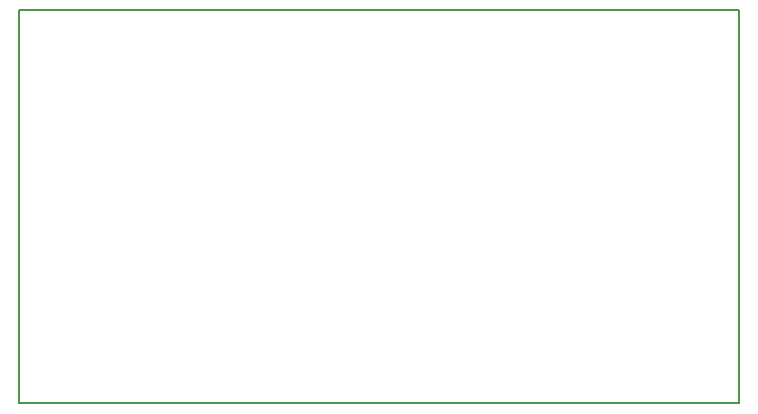
<source format=gbr>
G04 #@! TF.FileFunction,Profile,NP*
%FSLAX46Y46*%
G04 Gerber Fmt 4.6, Leading zero omitted, Abs format (unit mm)*
G04 Created by KiCad (PCBNEW 4.0.2-stable) date 15/05/2017 19:39:16*
%MOMM*%
G01*
G04 APERTURE LIST*
%ADD10C,0.100000*%
%ADD11C,0.150000*%
G04 APERTURE END LIST*
D10*
D11*
X237159800Y-52260500D02*
X237147100Y-52260500D01*
X237159800Y-51955700D02*
X237159800Y-52260500D01*
X176174400Y-51955700D02*
X237159800Y-51955700D01*
X176187100Y-51968400D02*
X176174400Y-51955700D01*
X176187100Y-52260500D02*
X176187100Y-51968400D01*
X237134400Y-52222400D02*
X237134400Y-52120800D01*
X176187100Y-85217000D02*
X176187100Y-52222400D01*
X237159800Y-85217000D02*
X176187100Y-85217000D01*
X237159800Y-52133500D02*
X237159800Y-85217000D01*
M02*

</source>
